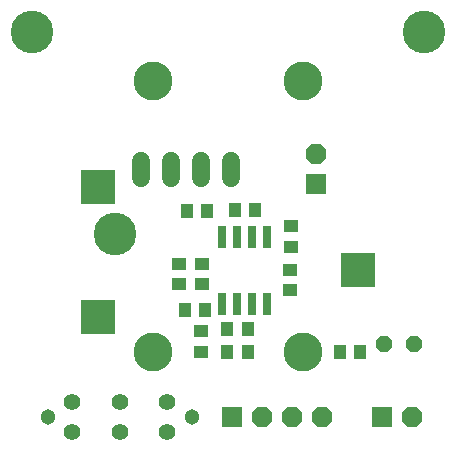
<source format=gts>
G75*
%MOIN*%
%OFA0B0*%
%FSLAX25Y25*%
%IPPOS*%
%LPD*%
%AMOC8*
5,1,8,0,0,1.08239X$1,22.5*
%
%ADD10C,0.14180*%
%ADD11R,0.11811X0.11811*%
%ADD12R,0.04600X0.03900*%
%ADD13R,0.03900X0.04600*%
%ADD14OC8,0.05600*%
%ADD15C,0.06000*%
%ADD16C,0.12983*%
%ADD17OC8,0.06896*%
%ADD18R,0.06896X0.06896*%
%ADD19C,0.05550*%
%ADD20C,0.05124*%
%ADD21R,0.02900X0.07400*%
D10*
X0049031Y0093126D03*
X0021472Y0160449D03*
X0152181Y0160449D03*
D11*
X0130134Y0081315D03*
X0043520Y0065567D03*
X0043520Y0108874D03*
D12*
X0070291Y0083140D03*
X0070291Y0076340D03*
X0078165Y0076340D03*
X0078165Y0083140D03*
X0077772Y0060699D03*
X0077772Y0053899D03*
X0107535Y0074332D03*
X0107535Y0081132D03*
X0107693Y0088939D03*
X0107693Y0095739D03*
D13*
X0095739Y0101000D03*
X0088939Y0101000D03*
X0079794Y0100961D03*
X0072994Y0100961D03*
X0072403Y0067929D03*
X0079203Y0067929D03*
X0086576Y0061630D03*
X0093376Y0061630D03*
X0093376Y0053756D03*
X0086576Y0053756D03*
X0124017Y0053795D03*
X0130817Y0053795D03*
D14*
X0138874Y0056551D03*
X0148874Y0056551D03*
D15*
X0087654Y0111980D02*
X0087654Y0117580D01*
X0077654Y0117580D02*
X0077654Y0111980D01*
X0067654Y0111980D02*
X0067654Y0117580D01*
X0057654Y0117580D02*
X0057654Y0111980D01*
D16*
X0061827Y0144307D03*
X0111827Y0144307D03*
X0111827Y0053756D03*
X0061827Y0053756D03*
D17*
X0098008Y0032102D03*
X0108008Y0032102D03*
X0118008Y0032102D03*
X0148008Y0032102D03*
X0115961Y0119661D03*
D18*
X0115961Y0109661D03*
X0138008Y0032102D03*
X0088008Y0032102D03*
D19*
X0066354Y0027181D03*
X0066354Y0037024D03*
X0050606Y0037024D03*
X0050606Y0027181D03*
X0034858Y0027181D03*
X0034858Y0037024D03*
D20*
X0026591Y0032102D03*
X0074622Y0032102D03*
D21*
X0084839Y0069821D03*
X0089839Y0069821D03*
X0094839Y0069821D03*
X0099839Y0069921D03*
X0099839Y0092021D03*
X0094839Y0092021D03*
X0089839Y0092021D03*
X0084839Y0092021D03*
M02*

</source>
